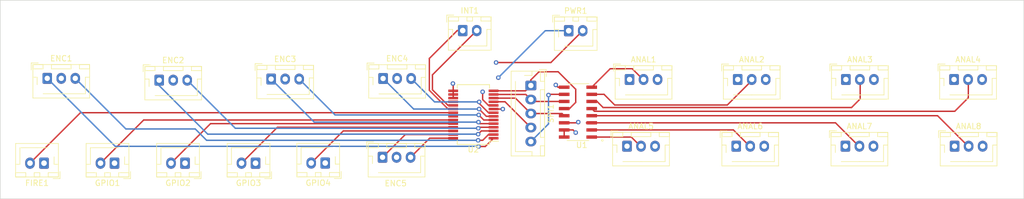
<source format=kicad_pcb>
(kicad_pcb (version 20221018) (generator pcbnew)
  (layers (0 "F.Cu" signal) (1 "In1.Cu" signal) (2 "In2.Cu" signal) (31 "B.Cu" signal) (34 "B.Paste" user) (35 "F.Paste" user) (36 "B.SilkS" user "B.Silkscreen") (37 "F.SilkS" user "F.Silkscreen") (38 "B.Mask" user) (39 "F.Mask" user) (44 "Edge.Cuts" user))
  (net 0 "")
  (net 1 "ENC1A")
  (net 2 "ENC1B")
  (net 3 "ENC2A")
  (net 4 "ENC2B")
  (net 5 "ENC3A")
  (net 6 "ENC3B")
  (net 7 "ENC4A")
  (net 8 "ENC4B")
  (net 9 "+3.3V")
  (net 10 "GND")
  (net 11 "CS_GPIO")
  (net 12 "SCK")
  (net 13 "MOSI")
  (net 14 "MISO")
  (net 15 "INTA")
  (net 16 "INTB")
  (net 17 "FIRE")
  (net 18 "ENC1SW")
  (net 19 "GPIO1")
  (net 20 "GPIO2")
  (net 21 "GPIO3")
  (net 22 "GPIO4")
  (net 23 "ENC5A")
  (net 24 "ENC5B")
  (net 25 "ANAL1")
  (net 26 "ANAL2")
  (net 27 "ANAL3")
  (net 28 "ANAL4")
  (net 29 "ANAL5")
  (net 30 "ANAL6")
  (net 31 "ANAL7")
  (net 32 "ANAL8")
  (net 33 "CS_ANAL")
  (footprint "Connector_JST:JST_XH_B2B-XH-AM_1x02_P2.50mm_Vertical" (layer "F.Cu") (at 50.375 97.2 180)
    (fp_text reference "GPIO2" (at 1.25 -3.55) (layer "F.SilkS"))
    (fp_text value "Conn_01x02_Pin")
    (pad "" np_thru_hole circle (at -1.6 2 180) (size 1.2 1.2) (drill 1.2) (layers "*.Cu" "*.Mask"))
    (pad "1" thru_hole roundrect (at 0 0 180) (size 1.7 2) (drill 1) (layers "*.Cu" "*.Mask") (roundrect_rratio 0.1470588235) (net 10 "GND"))
    (pad "2" thru_hole oval (at 2.5 0 180) (size 1.7 2) (drill 1) (layers "*.Cu" "*.Mask") (net 20 "GPIO2"))
  )
  (footprint "Connector_JST:JST_XH_B3B-XH-AM_1x03_P2.50mm_Vertical" (layer "F.Cu") (at 148.675 94.175)
    (fp_text reference "ANAL6" (at 2.5 -3.55) (layer "F.SilkS"))
    (fp_text value "Conn_01x03_Socket")
    (pad "" np_thru_hole circle (at -1.6 2) (size 1.2 1.2) (drill 1.2) (layers "*.Cu" "*.Mask"))
    (pad "1" thru_hole roundrect (at 0 0) (size 1.7 1.95) (drill 0.95) (layers "*.Cu" "*.Mask") (roundrect_rratio 0.1470588235) (net 9 "+3.3V"))
    (pad "2" thru_hole oval (at 2.5 0) (size 1.7 1.95) (drill 0.95) (layers "*.Cu" "*.Mask") (net 30 "ANAL6"))
    (pad "3" thru_hole oval (at 5 0) (size 1.7 1.95) (drill 0.95) (layers "*.Cu" "*.Mask") (net 10 "GND"))
  )
  (footprint "Connector_JST:JST_XH_B3B-XH-AM_1x03_P2.50mm_Vertical" (layer "F.Cu") (at 129.65 82.275)
    (fp_text reference "ANAL1" (at 2.5 -3.55) (layer "F.SilkS"))
    (fp_text value "Conn_01x03_Socket")
    (pad "" np_thru_hole circle (at -1.6 2) (size 1.2 1.2) (drill 1.2) (layers "*.Cu" "*.Mask"))
    (pad "1" thru_hole roundrect (at 0 0) (size 1.7 1.95) (drill 0.95) (layers "*.Cu" "*.Mask") (roundrect_rratio 0.1470588235) (net 9 "+3.3V"))
    (pad "2" thru_hole oval (at 2.5 0) (size 1.7 1.95) (drill 0.95) (layers "*.Cu" "*.Mask") (net 25 "ANAL1"))
    (pad "3" thru_hole oval (at 5 0) (size 1.7 1.95) (drill 0.95) (layers "*.Cu" "*.Mask") (net 10 "GND"))
  )
  (footprint "MCP3008_I_SL:SOIC127P600X175-16N" (layer "F.Cu") (at 120.45 88.1 180)
    (fp_text reference "U1" (at -0.675 -5.877) (layer "F.SilkS"))
    (fp_text value "MCP3008")
    (pad "1" smd roundrect (at -2.455 -4.445 180) (size 1.9 0.6) (layers "F.Cu" "F.Paste" "F.Mask") (roundrect_rratio 0.07) (net 29 "ANAL5"))
    (pad "2" smd roundrect (at -2.455 -3.175 180) (size 1.9 0.6) (layers "F.Cu" "F.Paste" "F.Mask") (roundrect_rratio 0.07) (net 30 "ANAL6"))
    (pad "3" smd roundrect (at -2.455 -1.905 180) (size 1.9 0.6) (layers "F.Cu" "F.Paste" "F.Mask") (roundrect_rratio 0.07) (net 31 "ANAL7"))
    (pad "4" smd roundrect (at -2.455 -0.635 180) (size 1.9 0.6) (layers "F.Cu" "F.Paste" "F.Mask") (roundrect_rratio 0.07) (net 32 "ANAL8"))
    (pad "5" smd roundrect (at -2.455 0.635 180) (size 1.9 0.6) (layers "F.Cu" "F.Paste" "F.Mask") (roundrect_rratio 0.07) (net 28 "ANAL4"))
    (pad "6" smd roundrect (at -2.455 1.905 180) (size 1.9 0.6) (layers "F.Cu" "F.Paste" "F.Mask") (roundrect_rratio 0.07) (net 27 "ANAL3"))
    (pad "7" smd roundrect (at -2.455 3.175 180) (size 1.9 0.6) (layers "F.Cu" "F.Paste" "F.Mask") (roundrect_rratio 0.07) (net 26 "ANAL2"))
    (pad "8" smd roundrect (at -2.455 4.445 180) (size 1.9 0.6) (layers "F.Cu" "F.Paste" "F.Mask") (roundrect_rratio 0.07) (net 25 "ANAL1"))
    (pad "9" smd roundrect (at 2.455 4.445 180) (size 1.9 0.6) (layers "F.Cu" "F.Paste" "F.Mask") (roundrect_rratio 0.07) (net 10 "GND"))
    (pad "10" smd roundrect (at 2.455 3.175 180) (size 1.9 0.6) (layers "F.Cu" "F.Paste" "F.Mask") (roundrect_rratio 0.07) (net 33 "CS_ANAL"))
    (pad "11" smd roundrect (at 2.455 1.905 180) (size 1.9 0.6) (layers "F.Cu" "F.Paste" "F.Mask") (roundrect_rratio 0.07) (net 13 "MOSI"))
    (pad "12" smd roundrect (at 2.455 0.635 180) (size 1.9 0.6) (layers "F.Cu" "F.Paste" "F.Mask") (roundrect_rratio 0.07) (net 14 "MISO"))
    (pad "13" smd roundrect (at 2.455 -0.635 180) (size 1.9 0.6) (layers "F.Cu" "F.Paste" "F.Mask") (roundrect_rratio 0.07) (net 12 "SCK"))
    (pad "14" smd roundrect (at 2.455 -1.905 180) (size 1.9 0.6) (layers "F.Cu" "F.Paste" "F.Mask") (roundrect_rratio 0.07) (net 10 "GND"))
    (pad "15" smd roundrect (at 2.455 -3.175 180) (size 1.9 0.6) (layers "F.Cu" "F.Paste" "F.Mask") (roundrect_rratio 0.07) (net 9 "+3.3V"))
    (pad "16" smd roundrect (at 2.455 -4.445 180) (size 1.9 0.6) (layers "F.Cu" "F.Paste" "F.Mask") (roundrect_rratio 0.07) (net 9 "+3.3V"))
  )
  (footprint "Connector_JST:JST_XH_B3B-XH-AM_1x03_P2.50mm_Vertical" (layer "F.Cu") (at 187.525 82.275)
    (fp_text reference "ANAL4" (at 2.5 -3.55) (layer "F.SilkS"))
    (fp_text value "Conn_01x03_Socket")
    (pad "" np_thru_hole circle (at -1.6 2) (size 1.2 1.2) (drill 1.2) (layers "*.Cu" "*.Mask"))
    (pad "1" thru_hole roundrect (at 0 0) (size 1.7 1.95) (drill 0.95) (layers "*.Cu" "*.Mask") (roundrect_rratio 0.1470588235) (net 9 "+3.3V"))
    (pad "2" thru_hole oval (at 2.5 0) (size 1.7 1.95) (drill 0.95) (layers "*.Cu" "*.Mask") (net 28 "ANAL4"))
    (pad "3" thru_hole oval (at 5 0) (size 1.7 1.95) (drill 0.95) (layers "*.Cu" "*.Mask") (net 10 "GND"))
  )
  (footprint "Connector_JST:JST_XH_B3B-XH-AM_1x03_P2.50mm_Vertical" (layer "F.Cu") (at 148.941666 82.275)
    (fp_text reference "ANAL2" (at 2.5 -3.55) (layer "F.SilkS"))
    (fp_text value "Conn_01x03_Socket")
    (pad "" np_thru_hole circle (at -1.6 2) (size 1.2 1.2) (drill 1.2) (layers "*.Cu" "*.Mask"))
    (pad "1" thru_hole roundrect (at 0 0) (size 1.7 1.95) (drill 0.95) (layers "*.Cu" "*.Mask") (roundrect_rratio 0.1470588235) (net 9 "+3.3V"))
    (pad "2" thru_hole oval (at 2.5 0) (size 1.7 1.95) (drill 0.95) (layers "*.Cu" "*.Mask") (net 26 "ANAL2"))
    (pad "3" thru_hole oval (at 5 0) (size 1.7 1.95) (drill 0.95) (layers "*.Cu" "*.Mask") (net 10 "GND"))
  )
  (footprint "Connector_JST:JST_XH_B2B-XH-AM_1x02_P2.50mm_Vertical" (layer "F.Cu") (at 62.95 97.2 180)
    (fp_text reference "GPIO3" (at 1.25 -3.55) (layer "F.SilkS"))
    (fp_text value "Conn_01x02_Pin")
    (pad "" np_thru_hole circle (at -1.6 2 180) (size 1.2 1.2) (drill 1.2) (layers "*.Cu" "*.Mask"))
    (pad "1" thru_hole roundrect (at 0 0 180) (size 1.7 2) (drill 1) (layers "*.Cu" "*.Mask") (roundrect_rratio 0.1470588235) (net 10 "GND"))
    (pad "2" thru_hole oval (at 2.5 0 180) (size 1.7 2) (drill 1) (layers "*.Cu" "*.Mask") (net 21 "GPIO3"))
  )
  (footprint "Package_SO:SSOP-28_5.3x10.2mm_P0.65mm" (layer "F.Cu") (at 101.8 88.525 180)
    (fp_text reference "U2" (at 0 -6.25) (layer "F.SilkS"))
    (fp_text value "MCP23S17_SS" hide)
    (pad "1" smd rect (at -3.6 -4.225 180) (size 1.75 0.45) (layers "F.Cu" "F.Paste" "F.Mask") (net 1 "ENC1A"))
    (pad "2" smd rect (at -3.6 -3.575 180) (size 1.75 0.45) (layers "F.Cu" "F.Paste" "F.Mask") (net 2 "ENC1B"))
    (pad "3" smd rect (at -3.6 -2.925 180) (size 1.75 0.45) (layers "F.Cu" "F.Paste" "F.Mask") (net 3 "ENC2A"))
    (pad "4" smd rect (at -3.6 -2.275 180) (size 1.75 0.45) (layers "F.Cu" "F.Paste" "F.Mask") (net 4 "ENC2B"))
    (pad "5" smd rect (at -3.6 -1.625 180) (size 1.75 0.45) (layers "F.Cu" "F.Paste" "F.Mask") (net 5 "ENC3A"))
    (pad "6" smd rect (at -3.6 -0.975 180) (size 1.75 0.45) (layers "F.Cu" "F.Paste" "F.Mask") (net 6 "ENC3B"))
    (pad "7" smd rect (at -3.6 -0.325 180) (size 1.75 0.45) (layers "F.Cu" "F.Paste" "F.Mask") (net 7 "ENC4A"))
    (pad "8" smd rect (at -3.6 0.325 180) (size 1.75 0.45) (layers "F.Cu" "F.Paste" "F.Mask") (net 8 "ENC4B"))
    (pad "9" smd rect (at -3.6 0.975 180) (size 1.75 0.45) (layers "F.Cu" "F.Paste" "F.Mask") (net 9 "+3.3V"))
    (pad "10" smd rect (at -3.6 1.625 180) (size 1.75 0.45) (layers "F.Cu" "F.Paste" "F.Mask") (net 10 "GND"))
    (pad "11" smd rect (at -3.6 2.275 180) (size 1.75 0.45) (layers "F.Cu" "F.Paste" "F.Mask") (net 11 "CS_GPIO"))
    (pad "12" smd rect (at -3.6 2.925 180) (size 1.75 0.45) (layers "F.Cu" "F.Paste" "F.Mask") (net 12 "SCK"))
    (pad "13" smd rect (at -3.6 3.575 180) (size 1.75 0.45) (layers "F.Cu" "F.Paste" "F.Mask") (net 13 "MOSI"))
    (pad "14" smd rect (at -3.6 4.225 180) (size 1.75 0.45) (layers "F.Cu" "F.Paste" "F.Mask") (net 14 "MISO"))
    (pad "15" smd rect (at 3.6 4.225 180) (size 1.75 0.45) (layers "F.Cu" "F.Paste" "F.Mask") (net 10 "GND"))
    (pad "16" smd rect (at 3.6 3.575 180) (size 1.75 0.45) (layers "F.Cu" "F.Paste" "F.Mask") (net 10 "GND"))
    (pad "17" smd rect (at 3.6 2.925 180) (size 1.75 0.45) (layers "F.Cu" "F.Paste" "F.Mask") (net 10 "GND"))
    (pad "18" smd rect (at 3.6 2.275 180) (size 1.75 0.45) (layers "F.Cu" "F.Paste" "F.Mask"))
    (pad "19" smd rect (at 3.6 1.625 180) (size 1.75 0.45) (layers "F.Cu" "F.Paste" "F.Mask") (net 16 "INTB"))
    (pad "20" smd rect (at 3.6 0.975 180) (size 1.75 0.45) (layers "F.Cu" "F.Paste" "F.Mask") (net 15 "INTA"))
    (pad "21" smd rect (at 3.6 0.325 180) (size 1.75 0.45) (layers "F.Cu" "F.Paste" "F.Mask") (net 17 "FIRE"))
    (pad "22" smd rect (at 3.6 -0.325 180) (size 1.75 0.45) (layers "F.Cu" "F.Paste" "F.Mask") (net 18 "ENC1SW"))
    (pad "23" smd rect (at 3.6 -0.975 180) (size 1.75 0.45) (layers "F.Cu" "F.Paste" "F.Mask") (net 19 "GPIO1"))
    (pad "24" smd rect (at 3.6 -1.625 180) (size 1.75 0.45) (layers "F.Cu" "F.Paste" "F.Mask") (net 20 "GPIO2"))
    (pad "25" smd rect (at 3.6 -2.275 180) (size 1.75 0.45) (layers "F.Cu" "F.Paste" "F.Mask") (net 21 "GPIO3"))
    (pad "26" smd rect (at 3.6 -2.925 180) (size 1.75 0.45) (layers "F.Cu" "F.Paste" "F.Mask") (net 22 "GPIO4"))
    (pad "27" smd rect (at 3.6 -3.575 180) (size 1.75 0.45) (layers "F.Cu" "F.Paste" "F.Mask") (net 23 "ENC5A"))
    (pad "28" smd rect (at 3.6 -4.225 180) (size 1.75 0.45) (layers "F.Cu" "F.Paste" "F.Mask") (net 24 "ENC5B"))
  )
  (footprint "Connector_JST:JST_XH_B3B-XH-AM_1x03_P2.50mm_Vertical" (layer "F.Cu") (at 168.15 94.175)
    (fp_text reference "ANAL7" (at 2.5 -3.55) (layer "F.SilkS"))
    (fp_text value "Conn_01x03_Socket")
    (pad "" np_thru_hole circle (at -1.6 2) (size 1.2 1.2) (drill 1.2) (layers "*.Cu" "*.Mask"))
    (pad "1" thru_hole roundrect (at 0 0) (size 1.7 1.95) (drill 0.95) (layers "*.Cu" "*.Mask") (roundrect_rratio 0.1470588235) (net 9 "+3.3V"))
    (pad "2" thru_hole oval (at 2.5 0) (size 1.7 1.95) (drill 0.95) (layers "*.Cu" "*.Mask") (net 31 "ANAL7"))
    (pad "3" thru_hole oval (at 5 0) (size 1.7 1.95) (drill 0.95) (layers "*.Cu" "*.Mask") (net 10 "GND"))
  )
  (footprint "Connector_JST:JST_XH_B3B-XH-AM_1x03_P2.50mm_Vertical" (layer "F.Cu") (at 168.233332 82.275)
    (fp_text reference "ANAL3" (at 2.5 -3.55) (layer "F.SilkS"))
    (fp_text value "Conn_01x03_Socket")
    (pad "" np_thru_hole circle (at -1.6 2) (size 1.2 1.2) (drill 1.2) (layers "*.Cu" "*.Mask"))
    (pad "1" thru_hole roundrect (at 0 0) (size 1.7 1.95) (drill 0.95) (layers "*.Cu" "*.Mask") (roundrect_rratio 0.1470588235) (net 9 "+3.3V"))
    (pad "2" thru_hole oval (at 2.5 0) (size 1.7 1.95) (drill 0.95) (layers "*.Cu" "*.Mask") (net 27 "ANAL3"))
    (pad "3" thru_hole oval (at 5 0) (size 1.7 1.95) (drill 0.95) (layers "*.Cu" "*.Mask") (net 10 "GND"))
  )
  (footprint "Connector_JST:JST_XH_B3B-XH-AM_1x03_P2.50mm_Vertical" (layer "F.Cu") (at 65.733332 82.2)
    (fp_text reference "ENC3" (at 2.5 -3.55) (layer "F.SilkS"))
    (fp_text value "Conn_01x03_Socket")
    (pad "" np_thru_hole circle (at -1.6 2) (size 1.2 1.2) (drill 1.2) (layers "*.Cu" "*.Mask"))
    (pad "1" thru_hole roundrect (at 0 0) (size 1.7 1.95) (drill 0.95) (layers "*.Cu" "*.Mask") (roundrect_rratio 0.1470588235) (net 5 "ENC3A"))
    (pad "2" thru_hole oval (at 2.5 0) (size 1.7 1.95) (drill 0.95) (layers "*.Cu" "*.Mask") (net 10 "GND"))
    (pad "3" thru_hole oval (at 5 0) (size 1.7 1.95) (drill 0.95) (layers "*.Cu" "*.Mask") (net 6 "ENC3B"))
  )
  (footprint "Connector_JST:JST_XH_B5B-XH-AM_1x05_P2.50mm_Vertical" (layer "F.Cu") (at 112.05 83.35 -90)
    (fp_text reference "SPI1" (at 5 -3.55 90) (layer "F.SilkS"))
    (fp_text value "Conn_01x05_Pin" hide)
    (pad "" np_thru_hole circle (at -1.6 2 270) (size 1.2 1.2) (drill 1.2) (layers "*.Cu" "*.Mask"))
    (pad "1" thru_hole roundrect (at 0 0 270) (size 1.7 1.95) (drill 0.95) (layers "*.Cu" "*.Mask") (roundrect_rratio 0.1470588235) (net 14 "MISO"))
    (pad "2" thru_hole oval (at 2.5 0 270) (size 1.7 1.95) (drill 0.95) (layers "*.Cu" "*.Mask") (net 13 "MOSI"))
    (pad "3" thru_hole oval (at 5 0 270) (size 1.7 1.95) (drill 0.95) (layers "*.Cu" "*.Mask") (net 12 "SCK"))
    (pad "4" thru_hole oval (at 7.5 0 270) (size 1.7 1.95) (drill 0.95) (layers "*.Cu" "*.Mask") (net 11 "CS_GPIO"))
    (pad "5" thru_hole oval (at 10 0 270) (size 1.7 1.95) (drill 0.95) (layers "*.Cu" "*.Mask") (net 33 "CS_ANAL"))
  )
  (footprint "Connector_JST:JST_XH_B2B-XH-AM_1x02_P2.50mm_Vertical" (layer "F.Cu") (at 37.8 97.2 180)
    (fp_text reference "GPIO1" (at 1.25 -3.55) (layer "F.SilkS"))
    (fp_text value "Conn_01x02_Pin")
    (pad "" np_thru_hole circle (at -1.6 2 180) (size 1.2 1.2) (drill 1.2) (layers "*.Cu" "*.Mask"))
    (pad "1" thru_hole roundrect (at 0 0 180) (size 1.7 2) (drill 1) (layers "*.Cu" "*.Mask") (roundrect_rratio 0.1470588235) (net 10 "GND"))
    (pad "2" thru_hole oval (at 2.5 0 180) (size 1.7 2) (drill 1) (layers "*.Cu" "*.Mask") (net 19 "GPIO1"))
  )
  (footprint "Connector_JST:JST_XH_B3B-XH-AM_1x03_P2.50mm_Vertical" (layer "F.Cu") (at 187.625 94.175)
    (fp_text reference "ANAL8" (at 2.5 -3.55) (layer "F.SilkS"))
    (fp_text value "Conn_01x03_Socket")
    (pad "" np_thru_hole circle (at -1.6 2) (size 1.2 1.2) (drill 1.2) (layers "*.Cu" "*.Mask"))
    (pad "1" thru_hole roundrect (at 0 0) (size 1.7 1.95) (drill 0.95) (layers "*.Cu" "*.Mask") (roundrect_rratio 0.1470588235) (net 9 "+3.3V"))
    (pad "2" thru_hole oval (at 2.5 0) (size 1.7 1.95) (drill 0.95) (layers "*.Cu" "*.Mask") (net 32 "ANAL8"))
    (pad "3" thru_hole oval (at 5 0) (size 1.7 1.95) (drill 0.95) (layers "*.Cu" "*.Mask") (net 10 "GND"))
  )
  (footprint "Connector_JST:JST_XH_B2B-XH-AM_1x02_P2.50mm_Vertical" (layer "F.Cu") (at 75.375 97.175 180)
    (fp_text reference "GPIO4" (at 1.25 -3.55) (layer "F.SilkS"))
    (fp_text value "Conn_01x02_Pin")
    (pad "" np_thru_hole circle (at -1.6 2 180) (size 1.2 1.2) (drill 1.2) (layers "*.Cu" "*.Mask"))
    (pad "1" thru_hole roundrect (at 0 0 180) (size 1.7 2) (drill 1) (layers "*.Cu" "*.Mask") (roundrect_rratio 0.1470588235) (net 10 "GND"))
    (pad "2" thru_hole oval (at 2.5 0 180) (size 1.7 2) (drill 1) (layers "*.Cu" "*.Mask") (net 22 "GPIO4"))
  )
  (footprint "Connector_JST:JST_XH_B3B-XH-AM_1x03_P2.50mm_Vertical" (layer "F.Cu") (at 25.8 82.075)
    (fp_text reference "ENC1" (at 2.5 -3.55) (layer "F.SilkS"))
    (fp_text value "Conn_01x03_Socket")
    (pad "" np_thru_hole circle (at -1.6 2) (size 1.2 1.2) (drill 1.2) (layers "*.Cu" "*.Mask"))
    (pad "1" thru_hole roundrect (at 0 0) (size 1.7 1.95) (drill 0.95) (layers "*.Cu" "*.Mask") (roundrect_rratio 0.1470588235) (net 1 "ENC1A"))
    (pad "2" thru_hole oval (at 2.5 0) (size 1.7 1.95) (drill 0.95) (layers "*.Cu" "*.Mask") (net 10 "GND"))
    (pad "3" thru_hole oval (at 5 0) (size 1.7 1.95) (drill 0.95) (layers "*.Cu" "*.Mask") (net 2 "ENC1B"))
  )
  (footprint "Connector_JST:JST_XH_B3B-XH-AM_1x03_P2.50mm_Vertical" (layer "F.Cu") (at 45.766666 82.4)
    (fp_text reference "ENC2" (at 2.5 -3.55) (layer "F.SilkS"))
    (fp_text value "Conn_01x03_Socket")
    (pad "" np_thru_hole circle (at -1.6 2) (size 1.2 1.2) (drill 1.2) (layers "*.Cu" "*.Mask"))
    (pad "1" thru_hole roundrect (at 0 0) (size 1.7 1.95) (drill 0.95) (layers "*.Cu" "*.Mask") (roundrect_rratio 0.1470588235) (net 3 "ENC2A"))
    (pad "2" thru_hole oval (at 2.5 0) (size 1.7 1.95) (drill 0.95) (layers "*.Cu" "*.Mask") (net 10 "GND"))
    (pad "3" thru_hole oval (at 5 0) (size 1.7 1.95) (drill 0.95) (layers "*.Cu" "*.Mask") (net 4 "ENC2B"))
  )
  (footprint "Connector_JST:JST_XH_B3B-XH-AM_1x03_P2.50mm_Vertical" (layer "F.Cu") (at 129.2 94.175)
    (fp_text reference "ANAL5" (at 2.5 -3.55) (layer "F.SilkS"))
    (fp_text value "Conn_01x03_Socket")
    (pad "" np_thru_hole circle (at -1.6 2) (size 1.2 1.2) (drill 1.2) (layers "*.Cu" "*.Mask"))
    (pad "1" thru_hole roundrect (at 0 0) (size 1.7 1.95) (drill 0.95) (layers "*.Cu" "*.Mask") (roundrect_rratio 0.1470588235) (net 9 "+3.3V"))
    (pad "2" thru_hole oval (at 2.5 0) (size 1.7 1.95) (drill 0.95) (layers "*.Cu" "*.Mask") (net 29 "ANAL5"))
    (pad "3" thru_hole oval (at 5 0) (size 1.7 1.95) (drill 0.95) (layers "*.Cu" "*.Mask") (net 10 "GND"))
  )
  (footprint "Connector_JST:JST_XH_B3B-XH-AM_1x03_P2.50mm_Vertical" (layer "F.Cu") (at 85.7 82.1)
    (fp_text reference "ENC4" (at 2.5 -3.55) (layer "F.SilkS"))
    (fp_text value "Conn_01x03_Socket")
    (pad "" np_thru_hole circle (at -1.6 2) (size 1.2 1.2) (drill 1.2) (layers "*.Cu" "*.Mask"))
    (pad "1" thru_hole roundrect (at 0 0) (size 1.7 1.95) (drill 0.95) (layers "*.Cu" "*.Mask") (roundrect_rratio 0.1470588235) (net 7 "ENC4A"))
    (pad "2" thru_hole oval (at 2.5 0) (size 1.7 1.95) (drill 0.95) (layers "*.Cu" "*.Mask") (net 10 "GND"))
    (pad "3" thru_hole oval (at 5 0) (size 1.7 1.95) (drill 0.95) (layers "*.Cu" "*.Mask") (net 8 "ENC4B"))
  )
  (footprint "Connector_JST:JST_XH_B2B-XH-AM_1x02_P2.50mm_Vertical" (layer "F.Cu") (at 25.225 97.2 180)
    (fp_text reference "FIRE1" (at 1.25 -3.55) (layer "F.SilkS"))
    (fp_text value "Conn_01x02_Pin")
    (pad "" np_thru_hole circle (at -1.6 2 180) (size 1.2 1.2) (drill 1.2) (layers "*.Cu" "*.Mask"))
    (pad "1" thru_hole roundrect (at 0 0 180) (size 1.7 2) (drill 1) (layers "*.Cu" "*.Mask") (roundrect_rratio 0.1470588235) (net 10 "GND"))
    (pad "2" thru_hole oval (at 2.5 0 180) (size 1.7 2) (drill 1) (layers "*.Cu" "*.Mask") (net 17 "FIRE"))
  )
  (footprint "Connector_JST:JST_XH_B3B-XH-AM_1x03_P2.50mm_Vertical" (layer "F.Cu") (at 85.6 96.15)
    (fp_text reference "ENC5" (at 2.35 4.65) (layer "F.SilkS"))
    (fp_text value "Conn_01x03_Socket")
    (pad "" np_thru_hole circle (at -1.6 2) (size 1.2 1.2) (drill 1.2) (layers "*.Cu" "*.Mask"))
    (pad "1" thru_hole roundrect (at 0 0) (size 1.7 1.95) (drill 0.95) (layers "*.Cu" "*.Mask") (roundrect_rratio 0.1470588235) (net 23 "ENC5A"))
    (pad "2" thru_hole oval (at 2.5 0) (size 1.7 1.95) (drill 0.95) (layers "*.Cu" "*.Mask") (net 10 "GND"))
    (pad "3" thru_hole oval (at 5 0) (size 1.7 1.95) (drill 0.95) (layers "*.Cu" "*.Mask") (net 24 "ENC5B"))
  )
  (footprint "Connector_JST:JST_XH_B2B-XH-AM_1x02_P2.50mm_Vertical" (layer "F.Cu") (at 99.9 73.55)
    (fp_text reference "INT1" (at 1.25 -3.55) (layer "F.SilkS"))
    (fp_text value "Conn_01x02_Pin" hide)
    (pad "" np_thru_hole circle (at -1.6 2) (size 1.2 1.2) (drill 1.2) (layers "*.Cu" "*.Mask"))
    (pad "1" thru_hole roundrect (at 0 0) (size 1.7 2) (drill 1) (layers "*.Cu" "*.Mask") (roundrect_rratio 0.1470588235) (net 15 "INTA"))
    (pad "2" thru_hole oval (at 2.5 0) (size 1.7 2) (drill 1) (layers "*.Cu" "*.Mask") (net 16 "INTB"))
  )
  (footprint "Connector_JST:JST_XH_B2B-XH-AM_1x02_P2.50mm_Vertical" (layer "F.Cu") (at 118.8 73.575)
    (fp_text reference "PWR1" (at 1.25 -3.55) (layer "F.SilkS"))
    (fp_text value "Conn_01x02_Pin" hide)
    (pad "" np_thru_hole circle (at -1.6 2) (size 1.2 1.2) (drill 1.2) (layers "*.Cu" "*.Mask"))
    (pad "1" thru_hole roundrect (at 0 0) (size 1.7 2) (drill 1) (layers "*.Cu" "*.Mask") (roundrect_rratio 0.1470588235) (net 9 "+3.3V"))
    (pad "2" thru_hole oval (at 2.5 0) (size 1.7 2) (drill 1) (layers "*.Cu" "*.Mask") (net 10 "GND"))
  )
  (gr_rect (start 17.425 68.15) (end 199.975 103.55) (stroke (width 0.1)) (fill none) (layer "Edge.Cuts"))
  (segment (start 103.925 94.225) (end 105.4 92.75) (width 0.25) (layer "F.Cu") (net 1))
  (segment (start 102.725 94.225) (end 103.925 94.225) (width 0.25) (layer "F.Cu") (net 1))
  (via (at 102.725 94.225) (size 0.8) (drill 0.4) (layers "F.Cu" "B.Cu") (net 1))
  (segment (start 25.8 82.075) (end 37.925 94.2) (width 0.25) (layer "B.Cu") (net 1))
  (segment (start 37.925 94.2) (end 102.7 94.2) (width 0.25) (layer "B.Cu") (net 1))
  (segment (start 102.7 94.2) (end 102.725 94.225) (width 0.25) (layer "B.Cu") (net 1))
  (segment (start 102.65 93.125) (end 103.46538 93.125) (width 0.25) (layer "F.Cu") (net 2))
  (segment (start 104.49038 92.1) (end 105.4 92.1) (width 0.25) (layer "F.Cu") (net 2))
  (segment (start 103.46538 93.125) (end 104.49038 92.1) (width 0.25) (layer "F.Cu") (net 2))
  (via (at 102.65 93.125) (size 0.8) (drill 0.4) (layers "F.Cu" "B.Cu") (net 2))
  (segment (start 35.45 86.725) (end 39.825 91.1) (width 0.25) (layer "B.Cu") (net 2))
  (segment (start 30.8 82.075) (end 35.45 86.725) (width 0.25) (layer "B.Cu") (net 2))
  (segment (start 52.2 91.1) (end 54.225 93.125) (width 0.25) (layer "B.Cu") (net 2))
  (segment (start 39.825 91.1) (end 52.2 91.1) (width 0.25) (layer "B.Cu") (net 2))
  (segment (start 54.225 93.125) (end 102.65 93.125) (width 0.25) (layer "B.Cu") (net 2))
  (segment (start 102.65 92.025) (end 103.225 91.45) (width 0.25) (layer "F.Cu") (net 3))
  (segment (start 103.225 91.45) (end 105.4 91.45) (width 0.25) (layer "F.Cu") (net 3))
  (via (at 102.65 92.025) (size 0.8) (drill 0.4) (layers "F.Cu" "B.Cu") (net 3))
  (segment (start 45.766666 83.375) (end 54.416666 92.025) (width 0.25) (layer "B.Cu") (net 3))
  (segment (start 54.416666 92.025) (end 102.65 92.025) (width 0.25) (layer "B.Cu") (net 3))
  (segment (start 45.766666 82.4) (end 45.766666 83.375) (width 0.25) (layer "B.Cu") (net 3))
  (segment (start 102.85 90.8) (end 105.4 90.8) (width 0.25) (layer "F.Cu") (net 4))
  (segment (start 102.675 90.975) (end 102.85 90.8) (width 0.25) (layer "F.Cu") (net 4))
  (via (at 102.675 90.975) (size 0.8) (drill 0.4) (layers "F.Cu" "B.Cu") (net 4))
  (segment (start 59.341666 90.975) (end 102.675 90.975) (width 0.25) (layer "B.Cu") (net 4))
  (segment (start 50.766666 82.4) (end 59.341666 90.975) (width 0.25) (layer "B.Cu") (net 4))
  (segment (start 50.766666 82.4) (end 50.766666 82.266666) (width 0.25) (layer "B.Cu") (net 4))
  (segment (start 102.975 90.15) (end 105.4 90.15) (width 0.25) (layer "F.Cu") (net 5))
  (segment (start 102.7 89.875) (end 102.975 90.15) (width 0.25) (layer "F.Cu") (net 5))
  (via (at 102.7 89.875) (size 0.8) (drill 0.4) (layers "F.Cu" "B.Cu") (net 5))
  (segment (start 65.733332 82.2) (end 73.408332 89.875) (width 0.25) (layer "B.Cu") (net 5))
  (segment (start 73.408332 89.875) (end 102.7 89.875) (width 0.25) (layer "B.Cu") (net 5))
  (segment (start 103.65 89.5) (end 105.4 89.5) (width 0.25) (layer "F.Cu") (net 6))
  (segment (start 102.75 88.6) (end 103.65 89.5) (width 0.25) (layer "F.Cu") (net 6))
  (via (at 102.75 88.6) (size 0.8) (drill 0.4) (layers "F.Cu" "B.Cu") (net 6))
  (segment (start 70.733332 82.2) (end 77.133332 88.6) (width 0.25) (layer "B.Cu") (net 6))
  (segment (start 77.133332 88.6) (end 102.75 88.6) (width 0.25) (layer "B.Cu") (net 6))
  (segment (start 104.115782 88.85) (end 105.4 88.85) (width 0.25) (layer "F.Cu") (net 7))
  (segment (start 102.81221 87.546428) (end 104.115782 88.85) (width 0.25) (layer "F.Cu") (net 7))
  (via (at 102.81221 87.546428) (size 0.8) (drill 0.4) (layers "F.Cu" "B.Cu") (net 7))
  (segment (start 91.146428 87.546428) (end 102.81221 87.546428) (width 0.25) (layer "B.Cu") (net 7))
  (segment (start 85.7 82.1) (end 91.146428 87.546428) (width 0.25) (layer "B.Cu") (net 7))
  (segment (start 102.825 86.275) (end 102.825 86.53462) (width 0.25) (layer "F.Cu") (net 8))
  (segment (start 104.49038 88.2) (end 105.4 88.2) (width 0.25) (layer "F.Cu") (net 8))
  (segment (start 102.825 86.53462) (end 104.49038 88.2) (width 0.25) (layer "F.Cu") (net 8))
  (via (at 102.825 86.275) (size 0.8) (drill 0.4) (layers "F.Cu" "B.Cu") (net 8))
  (segment (start 90.7 82.1) (end 94.875 86.275) (width 0.25) (layer "B.Cu") (net 8))
  (segment (start 94.875 86.275) (end 102.825 86.275) (width 0.25) (layer "B.Cu") (net 8))
  (segment (start 117.995 91.275) (end 119.575 91.275) (width 0.25) (layer "F.Cu") (net 9))
  (segment (start 119.575 91.275) (end 120.05 91.75) (width 0.25) (layer "F.Cu") (net 9))
  (segment (start 117.995 92.545) (end 117.995 91.275) (width 0.25) (layer "F.Cu") (net 9))
  (segment (start 105.4 87.55) (end 107.05 87.55) (width 0.25) (layer "F.Cu") (net 9))
  (via (at 107.05 87.55) (size 0.8) (drill 0.4) (layers "F.Cu" "B.Cu") (net 9))
  (via (at 120.05 91.75) (size 0.8) (drill 0.4) (layers "F.Cu" "B.Cu") (net 9))
  (via (at 106.25 81.95) (size 0.8) (drill 0.4) (layers "F.Cu" "B.Cu") (net 9))
  (segment (start 118.8 73.575) (end 114.625 73.575) (width 0.25) (layer "B.Cu") (net 9))
  (segment (start 114.625 73.575) (end 106.25 81.95) (width 0.25) (layer "B.Cu") (net 9))
  (segment (start 121.3 73.575) (end 115.625 79.25) (width 0.25) (layer "F.Cu") (net 10))
  (segment (start 120.37 90.005) (end 120.5 89.875) (width 0.25) (layer "F.Cu") (net 10))
  (segment (start 98.2 84.3) (end 98.2 83.05) (width 0.25) (layer "F.Cu") (net 10))
  (segment (start 98.2 85.6) (end 98.2 84.95) (width 0.25) (layer "F.Cu") (net 10))
  (segment (start 117.995 90.005) (end 120.37 90.005) (width 0.25) (layer "F.Cu") (net 10))
  (segment (start 103.45 85.85962) (end 103.45 84.475) (width 0.25) (layer "F.Cu") (net 10))
  (segment (start 105.4 86.9) (end 104.49038 86.9) (width 0.25) (layer "F.Cu") (net 10))
  (segment (start 117.995 83.655) (end 116.905 83.655) (width 0.25) (layer "F.Cu") (net 10))
  (segment (start 116.905 83.655) (end 116.5 83.25) (width 0.25) (layer "F.Cu") (net 10))
  (segment (start 104.49038 86.9) (end 103.45 85.85962) (width 0.25) (layer "F.Cu") (net 10))
  (segment (start 98.2 84.95) (end 98.2 84.3) (width 0.25) (layer "F.Cu") (net 10))
  (segment (start 115.625 79.25) (end 105.85 79.25) (width 0.25) (layer "F.Cu") (net 10))
  (segment (start 98.2 83.05) (end 98.15 83) (width 0.25) (layer "F.Cu") (net 10))
  (via (at 98.15 83) (size 0.8) (drill 0.4) (layers "F.Cu" "B.Cu") (net 10))
  (via (at 120.5 89.875) (size 0.8) (drill 0.4) (layers "F.Cu" "B.Cu") (net 10))
  (via (at 105.85 79.25) (size 0.8) (drill 0.4) (layers "F.Cu" "B.Cu") (net 10))
  (via (at 116.5 83.25) (size 0.8) (drill 0.4) (layers "F.Cu" "B.Cu") (net 10))
  (via (at 103.45 84.475) (size 0.8) (drill 0.4) (layers "F.Cu" "B.Cu") (net 10))
  (segment (start 105.4 86.25) (end 107.45 86.25) (width 0.25) (layer "F.Cu") (net 11))
  (segment (start 107.45 86.25) (end 112.05 90.85) (width 0.25) (layer "F.Cu") (net 11))
  (segment (start 112.05 88.35) (end 117.61 88.35) (width 0.25) (layer "F.Cu") (net 12))
  (segment (start 109.3 85.6) (end 112.05 88.35) (width 0.25) (layer "F.Cu") (net 12))
  (segment (start 117.61 88.35) (end 117.995 88.735) (width 0.25) (layer "F.Cu") (net 12))
  (segment (start 105.4 85.6) (end 109.3 85.6) (width 0.25) (layer "F.Cu") (net 12))
  (segment (start 112.395 86.195) (end 112.05 85.85) (width 0.25) (layer "F.Cu") (net 13))
  (segment (start 105.4 84.95) (end 111.15 84.95) (width 0.25) (layer "F.Cu") (net 13))
  (segment (start 117.995 86.195) (end 112.395 86.195) (width 0.25) (layer "F.Cu") (net 13))
  (segment (start 111.15 84.95) (end 112.05 85.85) (width 0.25) (layer "F.Cu") (net 13))
  (segment (start 111.1 84.3) (end 112.05 83.35) (width 0.25) (layer "F.Cu") (net 14))
  (segment (start 120.05 86.36) (end 120.05 84.024984) (width 0.25) (layer "F.Cu") (net 14))
  (segment (start 113.5 80.9) (end 112.05 82.35) (width 0.25) (layer "F.Cu") (net 14))
  (segment (start 112.05 82.35) (end 112.05 83.35) (width 0.25) (layer "F.Cu") (net 14))
  (segment (start 118.945 87.465) (end 120.05 86.36) (width 0.25) (layer "F.Cu") (net 14))
  (segment (start 120.05 84.024984) (end 116.925016 80.9) (width 0.25) (layer "F.Cu") (net 14))
  (segment (start 116.925016 80.9) (end 113.5 80.9) (width 0.25) (layer "F.Cu") (net 14))
  (segment (start 105.4 84.3) (end 111.1 84.3) (width 0.25) (layer "F.Cu") (net 14))
  (segment (start 117.995 87.465) (end 118.945 87.465) (width 0.25) (layer "F.Cu") (net 14))
  (segment (start 93.95 78.521142) (end 93.95 84.20962) (width 0.25) (layer "F.Cu") (net 15))
  (segment (start 99.9 73.55) (end 98.921142 73.55) (width 0.25) (layer "F.Cu") (net 15))
  (segment (start 98.921142 73.55) (end 93.95 78.521142) (width 0.25) (layer "F.Cu") (net 15))
  (segment (start 97.29038 87.55) (end 98.2 87.55) (width 0.25) (layer "F.Cu") (net 15))
  (segment (start 93.95 84.20962) (end 97.29038 87.55) (width 0.25) (layer "F.Cu") (net 15))
  (segment (start 102.4 73.55) (end 94.5 81.45) (width 0.25) (layer "F.Cu") (net 16))
  (segment (start 97.29038 86.9) (end 98.2 86.9) (width 0.25) (layer "F.Cu") (net 16))
  (segment (start 94.5 81.45) (end 94.5 84.10962) (width 0.25) (layer "F.Cu") (net 16))
  (segment (start 94.5 84.10962) (end 97.29038 86.9) (width 0.25) (layer "F.Cu") (net 16))
  (segment (start 31.725 88.2) (end 22.725 97.2) (width 0.25) (layer "F.Cu") (net 17))
  (segment (start 98.2 88.2) (end 31.725 88.2) (width 0.25) (layer "F.Cu") (net 17))
  (segment (start 43 89.5) (end 35.3 97.2) (width 0.25) (layer "F.Cu") (net 19))
  (segment (start 98.2 89.5) (end 43 89.5) (width 0.25) (layer "F.Cu") (net 19))
  (segment (start 54.925 90.15) (end 47.875 97.2) (width 0.25) (layer "F.Cu") (net 20))
  (segment (start 98.2 90.15) (end 54.925 90.15) (width 0.25) (layer "F.Cu") (net 20))
  (segment (start 66.85 90.8) (end 60.45 97.2) (width 0.25) (layer "F.Cu") (net 21))
  (segment (start 98.2 90.8) (end 66.85 90.8) (width 0.25) (layer "F.Cu") (net 21))
  (segment (start 78.6 91.45) (end 72.875 97.175) (width 0.25) (layer "F.Cu") (net 22))
  (segment (start 98.2 91.45) (end 78.6 91.45) (width 0.25) (layer "F.Cu") (net 22))
  (segment (start 98.2 92.1) (end 89.65 92.1) (width 0.25) (layer "F.Cu") (net 23))
  (segment (start 89.65 92.1) (end 85.6 96.15) (width 0.25) (layer "F.Cu") (net 23))
  (segment (start 98.2 92.75) (end 94 92.75) (width 0.25) (layer "F.Cu") (net 24))
  (segment (start 94 92.75) (end 90.6 96.15) (width 0.25) (layer "F.Cu") (net 24))
  (segment (start 130.125 80.35) (end 132.2 82.425) (width 0.25) (layer "F.Cu") (net 25))
  (segment (start 122.905 83.655) (end 126.21 80.35) (width 0.25) (layer "F.Cu") (net 25))
  (segment (start 122.905 83.655) (end 122.73 83.655) (width 0.25) (layer "F.Cu") (net 25))
  (segment (start 126.21 80.35) (end 130.125 80.35) (width 0.25) (layer "F.Cu") (net 25))
  (segment (start 125.1 84.925) (end 127 86.825) (width 0.25) (layer "F.Cu") (net 26))
  (segment (start 147.091666 86.825) (end 151.491666 82.425) (width 0.25) (layer "F.Cu") (net 26))
  (segment (start 122.905 84.925) (end 125.1 84.925) (width 0.25) (layer "F.Cu") (net 26))
  (segment (start 127 86.825) (end 147.091666 86.825) (width 0.25) (layer "F.Cu") (net 26))
  (segment (start 170.783332 85.741668) (end 170.783332 82.425) (width 0.25) (layer "F.Cu") (net 27))
  (segment (start 123.855 86.195) (end 124.935 87.275) (width 0.25) (layer "F.Cu") (net 27))
  (segment (start 122.905 86.195) (end 123.855 86.195) (width 0.25) (layer "F.Cu") (net 27))
  (segment (start 124.935 87.275) (end 169.25 87.275) (width 0.25) (layer "F.Cu") (net 27))
  (segment (start 169.25 87.275) (end 170.783332 85.741668) (width 0.25) (layer "F.Cu") (net 27))
  (segment (start 187.65 87.95) (end 190.075 85.525) (width 0.25) (layer "F.Cu") (net 28))
  (segment (start 122.905 87.465) (end 123.39 87.95) (width 0.25) (layer "F.Cu") (net 28))
  (segment (start 123.39 87.95) (end 187.65 87.95) (width 0.25) (layer "F.Cu") (net 28))
  (segment (start 190.075 85.525) (end 190.075 82.425) (width 0.25) (layer "F.Cu") (net 28))
  (segment (start 129.97 92.545) (end 131.75 94.325) (width 0.25) (layer "F.Cu") (net 29))
  (segment (start 122.905 92.545) (end 129.97 92.545) (width 0.25) (layer "F.Cu") (net 29))
  (segment (start 148.175 91.275) (end 151.225 94.325) (width 0.25) (layer "F.Cu") (net 30))
  (segment (start 122.905 91.275) (end 148.175 91.275) (width 0.25) (layer "F.Cu") (net 30))
  (segment (start 166.38 90.005) (end 170.7 94.325) (width 0.25) (layer "F.Cu") (net 31))
  (segment (start 122.905 90.005) (end 121.955 90.005) (width 0.25) (layer "F.Cu") (net 31))
  (segment (start 122.905 90.005) (end 166.38 90.005) (width 0.25) (layer "F.Cu") (net 31))
  (segment (start 122.905 88.735) (end 184.585 88.735) (width 0.25) (layer "F.Cu") (net 32))
  (segment (start 184.585 88.735) (end 190.175 94.325) (width 0.25) (layer "F.Cu") (net 32))
  (segment (start 115.325 84.925) (end 117.995 84.925) (width 0.25) (layer "F.Cu") (net 33))
  (segment (start 115.2 85.05) (end 115.325 84.925) (width 0.25) (layer "F.Cu") (net 33))
  (via (at 115.2 85.05) (size 0.8) (drill 0.4) (layers "F.Cu" "B.Cu") (net 33))
  (segment (start 115.05 90.35) (end 115.2 90.2) (width 0.25) (layer "B.Cu") (net 33))
  (segment (start 112.05 93.35) (end 115.05 90.35) (width 0.25) (layer "B.Cu") (net 33))
  (segment (start 115.2 90.2) (end 115.2 85.05) (width 0.25) (layer "B.Cu") (net 33))
)
</source>
